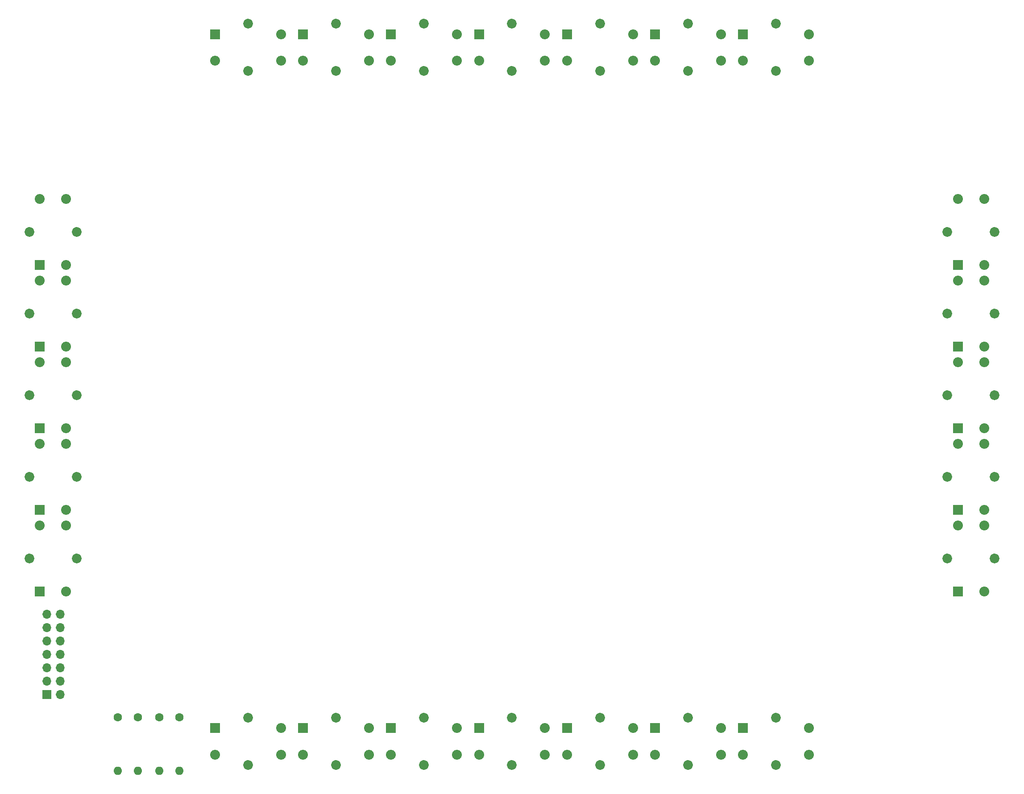
<source format=gbr>
%TF.GenerationSoftware,KiCad,Pcbnew,(5.1.9)-1*%
%TF.CreationDate,2021-01-20T11:54:18+01:00*%
%TF.ProjectId,mfd-pcb,6d66642d-7063-4622-9e6b-696361645f70,0.1*%
%TF.SameCoordinates,Original*%
%TF.FileFunction,Soldermask,Bot*%
%TF.FilePolarity,Negative*%
%FSLAX46Y46*%
G04 Gerber Fmt 4.6, Leading zero omitted, Abs format (unit mm)*
G04 Created by KiCad (PCBNEW (5.1.9)-1) date 2021-01-20 11:54:18*
%MOMM*%
%LPD*%
G01*
G04 APERTURE LIST*
%ADD10R,1.875000X1.875000*%
%ADD11C,1.875000*%
%ADD12C,1.850000*%
%ADD13O,1.700000X1.700000*%
%ADD14R,1.700000X1.700000*%
%ADD15O,1.600000X1.600000*%
%ADD16C,1.600000*%
G04 APERTURE END LIST*
D10*
%TO.C,S22*%
X128192538Y-146021118D03*
D11*
X133192538Y-146021118D03*
X128192538Y-133521118D03*
X133192538Y-133521118D03*
D12*
X126192538Y-139771118D03*
X135192538Y-139771118D03*
%TD*%
D13*
%TO.C,J0*%
X132080000Y-181356000D03*
X129540000Y-181356000D03*
X132080000Y-183896000D03*
X129540000Y-183896000D03*
X132080000Y-186436000D03*
X129540000Y-186436000D03*
X132080000Y-188976000D03*
X129540000Y-188976000D03*
X132080000Y-191516000D03*
X129540000Y-191516000D03*
X132080000Y-194056000D03*
X129540000Y-194056000D03*
X132080000Y-196596000D03*
D14*
X129540000Y-196596000D03*
%TD*%
D15*
%TO.C,R3*%
X154686000Y-211074000D03*
D16*
X154686000Y-200914000D03*
%TD*%
D15*
%TO.C,R2*%
X150876000Y-211074000D03*
D16*
X150876000Y-200914000D03*
%TD*%
D15*
%TO.C,R1*%
X146812000Y-211074000D03*
D16*
X146812000Y-200914000D03*
%TD*%
D15*
%TO.C,R0*%
X143002000Y-211074000D03*
D16*
X143002000Y-200914000D03*
%TD*%
D10*
%TO.C,S19*%
X128192538Y-177021118D03*
D11*
X133192538Y-177021118D03*
X128192538Y-164521118D03*
X133192538Y-164521118D03*
D12*
X126192538Y-170771118D03*
X135192538Y-170771118D03*
%TD*%
D10*
%TO.C,S10*%
X302392563Y-161521118D03*
D11*
X307392563Y-161521118D03*
X302392563Y-149021118D03*
X307392563Y-149021118D03*
D12*
X300392563Y-155271118D03*
X309392563Y-155271118D03*
%TD*%
D10*
%TO.C,S0*%
X161442538Y-71241118D03*
D11*
X161442538Y-76241118D03*
X173942538Y-71241118D03*
X173942538Y-76241118D03*
D12*
X167692538Y-69241118D03*
X167692538Y-78241118D03*
%TD*%
D10*
%TO.C,S2*%
X194842538Y-71241118D03*
D11*
X194842538Y-76241118D03*
X207342538Y-71241118D03*
X207342538Y-76241118D03*
D12*
X201092538Y-69241118D03*
X201092538Y-78241118D03*
%TD*%
D10*
%TO.C,S6*%
X261642538Y-71241118D03*
D11*
X261642538Y-76241118D03*
X274142538Y-71241118D03*
X274142538Y-76241118D03*
D12*
X267892538Y-69241118D03*
X267892538Y-78241118D03*
%TD*%
D10*
%TO.C,S8*%
X302392563Y-130521118D03*
D11*
X307392563Y-130521118D03*
X302392563Y-118021118D03*
X307392563Y-118021118D03*
D12*
X300392563Y-124271118D03*
X309392563Y-124271118D03*
%TD*%
D10*
%TO.C,S9*%
X302392563Y-146021118D03*
D11*
X307392563Y-146021118D03*
X302392563Y-133521118D03*
X307392563Y-133521118D03*
D12*
X300392563Y-139771118D03*
X309392563Y-139771118D03*
%TD*%
D10*
%TO.C,S11*%
X302392563Y-177021118D03*
D11*
X307392563Y-177021118D03*
X302392563Y-164521118D03*
X307392563Y-164521118D03*
D12*
X300392563Y-170771118D03*
X309392563Y-170771118D03*
%TD*%
D10*
%TO.C,S12*%
X261642538Y-202971118D03*
D11*
X261642538Y-207971118D03*
X274142538Y-202971118D03*
X274142538Y-207971118D03*
D12*
X267892538Y-200971118D03*
X267892538Y-209971118D03*
%TD*%
D10*
%TO.C,S7*%
X302392563Y-115021118D03*
D11*
X307392563Y-115021118D03*
X302392563Y-102521118D03*
X307392563Y-102521118D03*
D12*
X300392563Y-108771118D03*
X309392563Y-108771118D03*
%TD*%
D10*
%TO.C,S13*%
X244942538Y-202971118D03*
D11*
X244942538Y-207971118D03*
X257442538Y-202971118D03*
X257442538Y-207971118D03*
D12*
X251192538Y-200971118D03*
X251192538Y-209971118D03*
%TD*%
D10*
%TO.C,S3*%
X211542538Y-71241118D03*
D11*
X211542538Y-76241118D03*
X224042538Y-71241118D03*
X224042538Y-76241118D03*
D12*
X217792538Y-69241118D03*
X217792538Y-78241118D03*
%TD*%
D10*
%TO.C,S4*%
X228242538Y-71241118D03*
D11*
X228242538Y-76241118D03*
X240742538Y-71241118D03*
X240742538Y-76241118D03*
D12*
X234492538Y-69241118D03*
X234492538Y-78241118D03*
%TD*%
D10*
%TO.C,S5*%
X244942538Y-71241118D03*
D11*
X244942538Y-76241118D03*
X257442538Y-71241118D03*
X257442538Y-76241118D03*
D12*
X251192538Y-69241118D03*
X251192538Y-78241118D03*
%TD*%
D10*
%TO.C,S1*%
X178142538Y-71241118D03*
D11*
X178142538Y-76241118D03*
X190642538Y-71241118D03*
X190642538Y-76241118D03*
D12*
X184392538Y-69241118D03*
X184392538Y-78241118D03*
%TD*%
D10*
%TO.C,S20*%
X128192538Y-161521118D03*
D11*
X133192538Y-161521118D03*
X128192538Y-149021118D03*
X133192538Y-149021118D03*
D12*
X126192538Y-155271118D03*
X135192538Y-155271118D03*
%TD*%
D10*
%TO.C,S15*%
X211542538Y-202971118D03*
D11*
X211542538Y-207971118D03*
X224042538Y-202971118D03*
X224042538Y-207971118D03*
D12*
X217792538Y-200971118D03*
X217792538Y-209971118D03*
%TD*%
D10*
%TO.C,S21*%
X128192538Y-130521118D03*
D11*
X133192538Y-130521118D03*
X128192538Y-118021118D03*
X133192538Y-118021118D03*
D12*
X126192538Y-124271118D03*
X135192538Y-124271118D03*
%TD*%
D10*
%TO.C,S14*%
X228242538Y-202971118D03*
D11*
X228242538Y-207971118D03*
X240742538Y-202971118D03*
X240742538Y-207971118D03*
D12*
X234492538Y-200971118D03*
X234492538Y-209971118D03*
%TD*%
D10*
%TO.C,S17*%
X178142538Y-202971118D03*
D11*
X178142538Y-207971118D03*
X190642538Y-202971118D03*
X190642538Y-207971118D03*
D12*
X184392538Y-200971118D03*
X184392538Y-209971118D03*
%TD*%
D10*
%TO.C,S16*%
X194842538Y-202971118D03*
D11*
X194842538Y-207971118D03*
X207342538Y-202971118D03*
X207342538Y-207971118D03*
D12*
X201092538Y-200971118D03*
X201092538Y-209971118D03*
%TD*%
D10*
%TO.C,S18*%
X161442538Y-202971118D03*
D11*
X161442538Y-207971118D03*
X173942538Y-202971118D03*
X173942538Y-207971118D03*
D12*
X167692538Y-200971118D03*
X167692538Y-209971118D03*
%TD*%
D10*
%TO.C,S23*%
X128192538Y-115021118D03*
D11*
X133192538Y-115021118D03*
X128192538Y-102521118D03*
X133192538Y-102521118D03*
D12*
X126192538Y-108771118D03*
X135192538Y-108771118D03*
%TD*%
M02*

</source>
